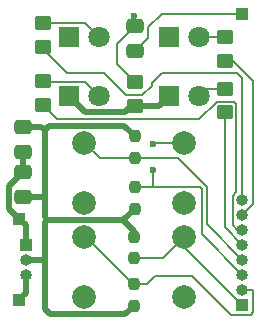
<source format=gbr>
%TF.GenerationSoftware,KiCad,Pcbnew,8.0.8-8.0.8-0~ubuntu22.04.1*%
%TF.CreationDate,2025-02-18T10:23:41+01:00*%
%TF.ProjectId,HB_Stamp_IO_EXT_LEDs_Buttons_FUEL4EP,48425f53-7461-46d7-905f-494f5f455854,1.5*%
%TF.SameCoordinates,Original*%
%TF.FileFunction,Copper,L1,Top*%
%TF.FilePolarity,Positive*%
%FSLAX46Y46*%
G04 Gerber Fmt 4.6, Leading zero omitted, Abs format (unit mm)*
G04 Created by KiCad (PCBNEW 8.0.8-8.0.8-0~ubuntu22.04.1) date 2025-02-18 10:23:41*
%MOMM*%
%LPD*%
G01*
G04 APERTURE LIST*
G04 Aperture macros list*
%AMRoundRect*
0 Rectangle with rounded corners*
0 $1 Rounding radius*
0 $2 $3 $4 $5 $6 $7 $8 $9 X,Y pos of 4 corners*
0 Add a 4 corners polygon primitive as box body*
4,1,4,$2,$3,$4,$5,$6,$7,$8,$9,$2,$3,0*
0 Add four circle primitives for the rounded corners*
1,1,$1+$1,$2,$3*
1,1,$1+$1,$4,$5*
1,1,$1+$1,$6,$7*
1,1,$1+$1,$8,$9*
0 Add four rect primitives between the rounded corners*
20,1,$1+$1,$2,$3,$4,$5,0*
20,1,$1+$1,$4,$5,$6,$7,0*
20,1,$1+$1,$6,$7,$8,$9,0*
20,1,$1+$1,$8,$9,$2,$3,0*%
G04 Aperture macros list end*
%TA.AperFunction,ComponentPad*%
%ADD10R,1.800000X1.800000*%
%TD*%
%TA.AperFunction,ComponentPad*%
%ADD11C,1.800000*%
%TD*%
%TA.AperFunction,SMDPad,CuDef*%
%ADD12RoundRect,0.250000X-0.450000X0.350000X-0.450000X-0.350000X0.450000X-0.350000X0.450000X0.350000X0*%
%TD*%
%TA.AperFunction,ComponentPad*%
%ADD13R,1.000000X1.000000*%
%TD*%
%TA.AperFunction,ComponentPad*%
%ADD14O,1.000000X1.000000*%
%TD*%
%TA.AperFunction,SMDPad,CuDef*%
%ADD15RoundRect,0.237500X-0.237500X0.250000X-0.237500X-0.250000X0.237500X-0.250000X0.237500X0.250000X0*%
%TD*%
%TA.AperFunction,ComponentPad*%
%ADD16C,2.000000*%
%TD*%
%TA.AperFunction,SMDPad,CuDef*%
%ADD17RoundRect,0.237500X0.237500X-0.250000X0.237500X0.250000X-0.237500X0.250000X-0.237500X-0.250000X0*%
%TD*%
%TA.AperFunction,SMDPad,CuDef*%
%ADD18RoundRect,0.250000X-0.475000X0.337500X-0.475000X-0.337500X0.475000X-0.337500X0.475000X0.337500X0*%
%TD*%
%TA.AperFunction,SMDPad,CuDef*%
%ADD19RoundRect,0.250000X0.475000X-0.337500X0.475000X0.337500X-0.475000X0.337500X-0.475000X-0.337500X0*%
%TD*%
%TA.AperFunction,SMDPad,CuDef*%
%ADD20R,1.000000X1.000000*%
%TD*%
%TA.AperFunction,ViaPad*%
%ADD21C,0.600000*%
%TD*%
%TA.AperFunction,Conductor*%
%ADD22C,0.500000*%
%TD*%
%TA.AperFunction,Conductor*%
%ADD23C,0.200000*%
%TD*%
G04 APERTURE END LIST*
D10*
%TO.P,D1,1,K*%
%TO.N,GND*%
X5530000Y24000000D03*
D11*
%TO.P,D1,2,A*%
%TO.N,Net-(D1-A)*%
X8070000Y24000000D03*
%TD*%
D12*
%TO.P,R2,1*%
%TO.N,Net-(D2-A)*%
X18669000Y23987000D03*
%TO.P,R2,2*%
%TO.N,/A3*%
X18669000Y21987000D03*
%TD*%
D13*
%TO.P,J1,1,Pin_1*%
%TO.N,GND*%
X1828800Y6451600D03*
D14*
%TO.P,J1,2,Pin_2*%
%TO.N,VCC*%
X1828800Y5181600D03*
%TO.P,J1,3,Pin_3*%
%TO.N,/plusBAT*%
X1828800Y3911600D03*
%TD*%
D15*
%TO.P,R7,1*%
%TO.N,/A6*%
X11000000Y3112500D03*
%TO.P,R7,2*%
%TO.N,VCC*%
X11000000Y1287500D03*
%TD*%
D16*
%TO.P,SW2,1,1*%
%TO.N,GND*%
X15200000Y10000000D03*
%TO.P,SW2,2,2*%
%TO.N,/A5*%
X15200000Y15080000D03*
%TD*%
D10*
%TO.P,D3,1,K*%
%TO.N,GND*%
X5530000Y19000000D03*
D11*
%TO.P,D3,2,A*%
%TO.N,Net-(D3-A)*%
X8070000Y19000000D03*
%TD*%
D12*
%TO.P,R9,1*%
%TO.N,Net-(BZ1-+)*%
X11100000Y20200000D03*
%TO.P,R9,2*%
%TO.N,GND*%
X11100000Y18200000D03*
%TD*%
D15*
%TO.P,R6,1*%
%TO.N,/A5*%
X11049000Y11325000D03*
%TO.P,R6,2*%
%TO.N,VCC*%
X11049000Y9500000D03*
%TD*%
D13*
%TO.P,J6,1,Pin_1*%
%TO.N,/B3*%
X20167600Y26009600D03*
%TD*%
D10*
%TO.P,D4,1,K*%
%TO.N,GND*%
X13930000Y19000000D03*
D11*
%TO.P,D4,2,A*%
%TO.N,Net-(D4-A)*%
X16470000Y19000000D03*
%TD*%
D12*
%TO.P,R4,1*%
%TO.N,Net-(D4-A)*%
X18669000Y19653000D03*
%TO.P,R4,2*%
%TO.N,/SCL*%
X18669000Y17653000D03*
%TD*%
D13*
%TO.P,J4,1,Pin_1*%
%TO.N,/A7*%
X20167600Y1371600D03*
D14*
%TO.P,J4,2,Pin_2*%
%TO.N,/A6*%
X20167600Y2641600D03*
%TO.P,J4,3,Pin_3*%
%TO.N,/A5*%
X20167600Y3911600D03*
%TO.P,J4,4,Pin_4*%
%TO.N,/A4*%
X20167600Y5181600D03*
%TO.P,J4,5,Pin_5*%
%TO.N,/SCL*%
X20167600Y6451600D03*
%TO.P,J4,6,Pin_6*%
%TO.N,/SDA*%
X20167600Y7721600D03*
%TO.P,J4,7,Pin_7*%
%TO.N,/A3*%
X20167600Y8991600D03*
%TO.P,J4,8,Pin_8*%
%TO.N,/A2*%
X20167600Y10261600D03*
%TD*%
D17*
%TO.P,R8,1*%
%TO.N,/A7*%
X11000000Y5287500D03*
%TO.P,R8,2*%
%TO.N,VCC*%
X11000000Y7112500D03*
%TD*%
D10*
%TO.P,D2,1,K*%
%TO.N,GND*%
X13930000Y24000000D03*
D11*
%TO.P,D2,2,A*%
%TO.N,Net-(D2-A)*%
X16470000Y24000000D03*
%TD*%
D16*
%TO.P,SW3,1,1*%
%TO.N,GND*%
X6800000Y2000000D03*
%TO.P,SW3,2,2*%
%TO.N,/A6*%
X6800000Y7080000D03*
%TD*%
D12*
%TO.P,R1,1*%
%TO.N,Net-(D1-A)*%
X3300000Y25200000D03*
%TO.P,R1,2*%
%TO.N,/A2*%
X3300000Y23200000D03*
%TD*%
D18*
%TO.P,C2,1*%
%TO.N,VCC*%
X1600000Y16400000D03*
%TO.P,C2,2*%
%TO.N,GND*%
X1600000Y14325000D03*
%TD*%
D19*
%TO.P,C3,1*%
%TO.N,VCC*%
X1600000Y10500000D03*
%TO.P,C3,2*%
%TO.N,GND*%
X1600000Y12575000D03*
%TD*%
D17*
%TO.P,R5,1*%
%TO.N,/A4*%
X11049000Y13800000D03*
%TO.P,R5,2*%
%TO.N,VCC*%
X11049000Y15625000D03*
%TD*%
D12*
%TO.P,R3,1*%
%TO.N,Net-(D3-A)*%
X3300000Y20300000D03*
%TO.P,R3,2*%
%TO.N,/SDA*%
X3300000Y18300000D03*
%TD*%
D20*
%TO.P,TP2,1,1*%
%TO.N,/plusBAT*%
X1270000Y1727200D03*
%TD*%
D16*
%TO.P,SW4,1,1*%
%TO.N,GND*%
X15200000Y2000000D03*
%TO.P,SW4,2,2*%
%TO.N,/A7*%
X15200000Y7080000D03*
%TD*%
D19*
%TO.P,C1,1*%
%TO.N,/B3*%
X11100000Y22862500D03*
%TO.P,C1,2*%
%TO.N,Net-(BZ1-+)*%
X11100000Y24937500D03*
%TD*%
D16*
%TO.P,SW1,1,1*%
%TO.N,GND*%
X6800000Y10000000D03*
%TO.P,SW1,2,2*%
%TO.N,/A4*%
X6800000Y15080000D03*
%TD*%
D20*
%TO.P,TP1,1,1*%
%TO.N,GND*%
X1270000Y8636000D03*
%TD*%
D21*
%TO.N,/A5*%
X12600000Y15000000D03*
X12600000Y12800000D03*
%TO.N,Net-(BZ1-+)*%
X11000000Y25800000D03*
%TD*%
D22*
%TO.N,GND*%
X1828800Y8077200D02*
X1270000Y8636000D01*
X425000Y9481000D02*
X1270000Y8636000D01*
X1600000Y12575000D02*
X1600000Y14325000D01*
X11100000Y18200000D02*
X13130000Y18200000D01*
X10250000Y17650000D02*
X6880000Y17650000D01*
X1600000Y12575000D02*
X425000Y11400000D01*
X425000Y11400000D02*
X425000Y9481000D01*
X6880000Y17650000D02*
X5530000Y19000000D01*
X13130000Y18200000D02*
X13930000Y19000000D01*
X1828800Y6451600D02*
X1828800Y8077200D01*
X10600000Y18000000D02*
X10250000Y17650000D01*
D23*
%TO.N,Net-(D1-A)*%
X3300000Y25200000D02*
X6940000Y25200000D01*
X6940000Y25130000D02*
X8070000Y24000000D01*
X6940000Y25200000D02*
X6940000Y25130000D01*
%TO.N,Net-(D2-A)*%
X16483000Y23987000D02*
X16470000Y24000000D01*
X18669000Y23987000D02*
X16483000Y23987000D01*
%TO.N,/SCL*%
X18669000Y17653000D02*
X18669000Y7950200D01*
X18669000Y7950200D02*
X20167600Y6451600D01*
%TO.N,/SDA*%
X16531256Y17100000D02*
X17984256Y18553000D01*
X3300000Y18300000D02*
X4500000Y17100000D01*
X19342000Y10579000D02*
X19342000Y8090000D01*
X19669000Y18331000D02*
X19669000Y10906000D01*
X19447000Y18553000D02*
X19669000Y18331000D01*
X19342000Y8090000D02*
X19710400Y7721600D01*
X17984256Y18553000D02*
X19447000Y18553000D01*
X4500000Y17100000D02*
X16531256Y17100000D01*
X19710400Y7721600D02*
X20167600Y7721600D01*
X19669000Y10906000D02*
X19342000Y10579000D01*
%TO.N,Net-(D3-A)*%
X6940000Y20200000D02*
X6940000Y20130000D01*
X3400000Y20200000D02*
X6940000Y20200000D01*
X6940000Y20130000D02*
X8070000Y19000000D01*
X3300000Y20300000D02*
X3400000Y20200000D01*
%TO.N,Net-(D4-A)*%
X16993000Y19653000D02*
X16340000Y19000000D01*
X18669000Y19653000D02*
X17123000Y19653000D01*
X17123000Y19653000D02*
X16470000Y19000000D01*
D22*
%TO.N,VCC*%
X3830000Y16530000D02*
X3429000Y16129000D01*
X3429000Y5080000D02*
X3429000Y8337000D01*
X10144000Y16530000D02*
X11049000Y15625000D01*
X3429000Y8763000D02*
X3642000Y8550000D01*
X1600000Y10500000D02*
X3329000Y10500000D01*
X1828800Y5181600D02*
X3327400Y5181600D01*
X3327400Y5181600D02*
X3429000Y5080000D01*
X3662000Y8530000D02*
X3642000Y8550000D01*
X10079000Y8530000D02*
X11049000Y9500000D01*
X10262500Y550000D02*
X11000000Y1287500D01*
X3429000Y10600000D02*
X3429000Y8763000D01*
X3158000Y16400000D02*
X3429000Y16129000D01*
X3429000Y16129000D02*
X3429000Y10600000D01*
X3830000Y16530000D02*
X10144000Y16530000D01*
X3429000Y5080000D02*
X3429000Y973000D01*
X1600000Y16400000D02*
X3158000Y16400000D01*
X3329000Y10500000D02*
X3429000Y10600000D01*
X3852000Y550000D02*
X10262500Y550000D01*
X11000000Y7600000D02*
X10070000Y8530000D01*
X10070000Y8530000D02*
X10079000Y8530000D01*
X11000000Y7112500D02*
X11000000Y7600000D01*
X3429000Y8337000D02*
X3642000Y8550000D01*
X10070000Y8530000D02*
X3662000Y8530000D01*
X3429000Y973000D02*
X3852000Y550000D01*
%TO.N,/plusBAT*%
X1828800Y2362200D02*
X1828800Y3911600D01*
X1270000Y1803400D02*
X1828800Y2362200D01*
D23*
%TO.N,/A4*%
X11049000Y13800000D02*
X8080000Y13800000D01*
X17164000Y11336000D02*
X17164000Y8185200D01*
X8080000Y13800000D02*
X6800000Y15080000D01*
X17164000Y8185200D02*
X20167600Y5181600D01*
X11049000Y13800000D02*
X14700000Y13800000D01*
X14700000Y13800000D02*
X17164000Y11336000D01*
%TO.N,/A2*%
X11700000Y19100000D02*
X12520000Y19920000D01*
X8447000Y20953000D02*
X10300000Y19100000D01*
X3300000Y23200000D02*
X3300000Y23000000D01*
X10300000Y19100000D02*
X11700000Y19100000D01*
X20167600Y20530086D02*
X20167600Y10261600D01*
X19744686Y20953000D02*
X20167600Y20530086D01*
X12520000Y20120000D02*
X13353000Y20953000D01*
X3300000Y23000000D02*
X5347000Y20953000D01*
X12520000Y19920000D02*
X12520000Y20120000D01*
X13353000Y20953000D02*
X19744686Y20953000D01*
X5347000Y20953000D02*
X8447000Y20953000D01*
%TO.N,/A5*%
X12600000Y12800000D02*
X12600000Y11325000D01*
X16764000Y7315200D02*
X16764000Y11136000D01*
X12680000Y15080000D02*
X12600000Y15000000D01*
X15200000Y15080000D02*
X12680000Y15080000D01*
X16764000Y11136000D02*
X16575000Y11325000D01*
X16575000Y11325000D02*
X12600000Y11325000D01*
X12600000Y11325000D02*
X11049000Y11325000D01*
X20167600Y3911600D02*
X16764000Y7315200D01*
%TO.N,/A3*%
X21082000Y9906000D02*
X20167600Y8991600D01*
X19369000Y21987000D02*
X21082000Y20274000D01*
X18669000Y21987000D02*
X19369000Y21987000D01*
X21082000Y20274000D02*
X21082000Y9906000D01*
%TO.N,/A7*%
X20167600Y1371600D02*
X15000000Y6539200D01*
X11000000Y5287500D02*
X13407500Y5287500D01*
X13407500Y5287500D02*
X15200000Y7080000D01*
%TO.N,/A6*%
X11000000Y3112500D02*
X10867500Y3112500D01*
X20904000Y508000D02*
X19177000Y508000D01*
X15875000Y3810000D02*
X12800000Y3810000D01*
X21107400Y2641600D02*
X21107400Y711400D01*
X12102500Y3112500D02*
X11000000Y3112500D01*
X20167600Y2641600D02*
X21107400Y2641600D01*
X19177000Y508000D02*
X15875000Y3810000D01*
X6900000Y7080000D02*
X6800000Y7080000D01*
X10867500Y3112500D02*
X6900000Y7080000D01*
X21107400Y711400D02*
X20904000Y508000D01*
X12800000Y3810000D02*
X12102500Y3112500D01*
%TO.N,/B3*%
X13329600Y26009600D02*
X12200000Y24880000D01*
X12200000Y23962500D02*
X11100000Y22862500D01*
X20167600Y26009600D02*
X13329600Y26009600D01*
X12200000Y24880000D02*
X12200000Y23962500D01*
%TO.N,Net-(BZ1-+)*%
X11000000Y25037500D02*
X11100000Y24937500D01*
X11000000Y25800000D02*
X11000000Y25037500D01*
X11100000Y24937500D02*
X9582843Y23420343D01*
X9582843Y21717157D02*
X11100000Y20200000D01*
X9582843Y23420343D02*
X9582843Y21717157D01*
%TD*%
M02*

</source>
